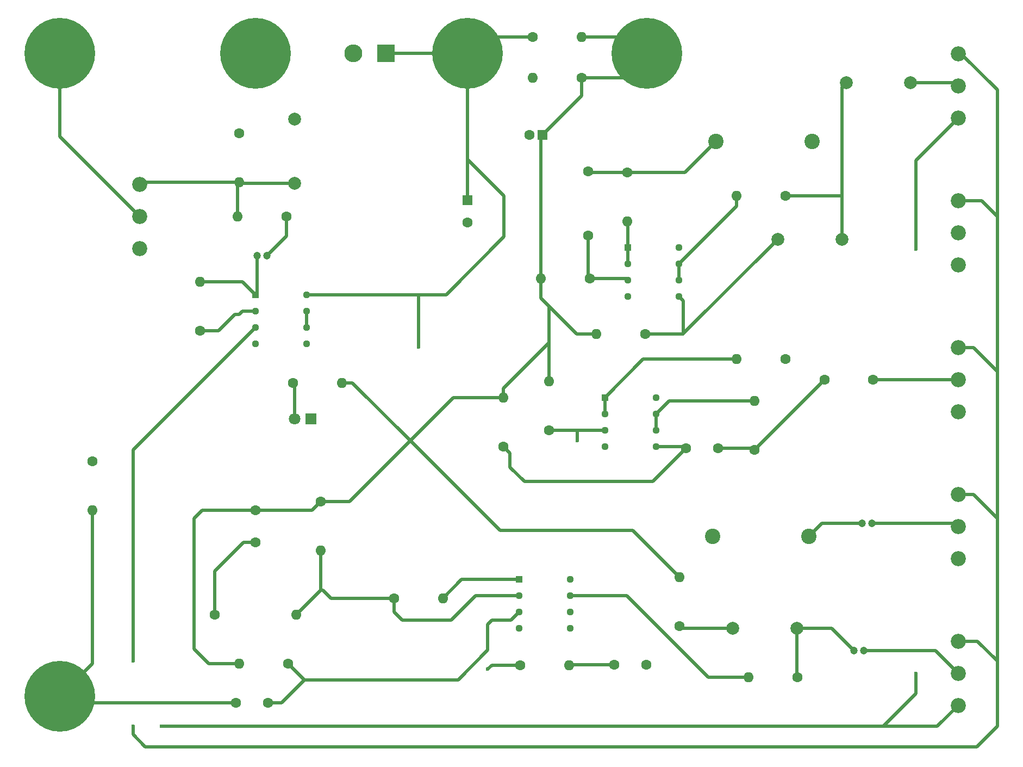
<source format=gbr>
%TF.GenerationSoftware,KiCad,Pcbnew,8.0.3*%
%TF.CreationDate,2024-06-14T23:05:29-04:00*%
%TF.ProjectId,eq,65712e6b-6963-4616-945f-706362585858,rev?*%
%TF.SameCoordinates,Original*%
%TF.FileFunction,Copper,L2,Bot*%
%TF.FilePolarity,Positive*%
%FSLAX46Y46*%
G04 Gerber Fmt 4.6, Leading zero omitted, Abs format (unit mm)*
G04 Created by KiCad (PCBNEW 8.0.3) date 2024-06-14 23:05:29*
%MOMM*%
%LPD*%
G01*
G04 APERTURE LIST*
%TA.AperFunction,ComponentPad*%
%ADD10C,1.600000*%
%TD*%
%TA.AperFunction,ComponentPad*%
%ADD11O,1.600000X1.600000*%
%TD*%
%TA.AperFunction,ComponentPad*%
%ADD12C,2.340000*%
%TD*%
%TA.AperFunction,ComponentPad*%
%ADD13C,11.000000*%
%TD*%
%TA.AperFunction,ComponentPad*%
%ADD14C,2.400000*%
%TD*%
%TA.AperFunction,ComponentPad*%
%ADD15R,1.600000X1.600000*%
%TD*%
%TA.AperFunction,ComponentPad*%
%ADD16R,1.130000X1.130000*%
%TD*%
%TA.AperFunction,ComponentPad*%
%ADD17C,1.130000*%
%TD*%
%TA.AperFunction,ComponentPad*%
%ADD18C,1.200000*%
%TD*%
%TA.AperFunction,ComponentPad*%
%ADD19C,2.000000*%
%TD*%
%TA.AperFunction,ComponentPad*%
%ADD20R,2.800000X2.800000*%
%TD*%
%TA.AperFunction,ComponentPad*%
%ADD21O,2.800000X2.800000*%
%TD*%
%TA.AperFunction,ComponentPad*%
%ADD22R,1.800000X1.800000*%
%TD*%
%TA.AperFunction,ComponentPad*%
%ADD23C,1.800000*%
%TD*%
%TA.AperFunction,ViaPad*%
%ADD24C,0.600000*%
%TD*%
%TA.AperFunction,Conductor*%
%ADD25C,0.500000*%
%TD*%
G04 APERTURE END LIST*
D10*
%TO.P,R15,1*%
%TO.N,Net-(C12-Pad2)*%
X151130000Y-52705000D03*
D11*
%TO.P,R15,2*%
%TO.N,Net-(U3B--)*%
X143510000Y-52705000D03*
%TD*%
D12*
%TO.P,RV4,1,1*%
%TO.N,/BOOST RAIL*%
X178060000Y-109140000D03*
%TO.P,RV4,2,2*%
%TO.N,Net-(C6-Pad1)*%
X178060000Y-104140000D03*
%TO.P,RV4,3,3*%
%TO.N,/CUT RAIL*%
X178060000Y-99140000D03*
%TD*%
%TO.P,RV5,1,1*%
%TO.N,/BOOST RAIL*%
X178060000Y-132000000D03*
%TO.P,RV5,2,2*%
%TO.N,Net-(C4-Pad1)*%
X178060000Y-127000000D03*
%TO.P,RV5,3,3*%
%TO.N,/CUT RAIL*%
X178060000Y-122000000D03*
%TD*%
D10*
%TO.P,R1,1*%
%TO.N,GND*%
X43180000Y-93980000D03*
D11*
%TO.P,R1,2*%
%TO.N,/INPUT*%
X43180000Y-101600000D03*
%TD*%
D10*
%TO.P,R12,1*%
%TO.N,Net-(U2B-+)*%
X107188000Y-91694000D03*
D11*
%TO.P,R12,2*%
%TO.N,+4.5V*%
X107188000Y-84074000D03*
%TD*%
D10*
%TO.P,R18,1*%
%TO.N,Net-(C14-Pad2)*%
X73406000Y-55880000D03*
D11*
%TO.P,R18,2*%
%TO.N,Net-(C15-Pad1)*%
X65786000Y-55880000D03*
%TD*%
D13*
%TO.P,H3,1,1*%
%TO.N,+4.5V*%
X129540000Y-30480000D03*
%TD*%
D10*
%TO.P,R8,1*%
%TO.N,Net-(U1B-+)*%
X134620000Y-119634000D03*
D11*
%TO.P,R8,2*%
%TO.N,+4.5V*%
X134620000Y-112014000D03*
%TD*%
D10*
%TO.P,R4,1*%
%TO.N,+4.5V*%
X78740000Y-100250000D03*
D11*
%TO.P,R4,2*%
%TO.N,Net-(U1A--)*%
X78740000Y-107870000D03*
%TD*%
D10*
%TO.P,R3,1*%
%TO.N,Net-(C2-Pad2)*%
X62230000Y-117856000D03*
D11*
%TO.P,R3,2*%
%TO.N,Net-(U1A--)*%
X74930000Y-117856000D03*
%TD*%
D14*
%TO.P,C10,1*%
%TO.N,Net-(C10-Pad1)*%
X155328000Y-44196000D03*
%TO.P,C10,2*%
%TO.N,Net-(C10-Pad2)*%
X140328000Y-44196000D03*
%TD*%
D15*
%TO.P,C16,1*%
%TO.N,+9V*%
X101600000Y-53340000D03*
D10*
%TO.P,C16,2*%
%TO.N,GND*%
X101600000Y-56840000D03*
%TD*%
%TO.P,R13,1*%
%TO.N,Net-(C10-Pad2)*%
X126492000Y-49022000D03*
D11*
%TO.P,R13,2*%
%TO.N,Net-(U3A--)*%
X126492000Y-56642000D03*
%TD*%
D12*
%TO.P,RV2,1,1*%
%TO.N,/BOOST RAIL*%
X178060000Y-63420000D03*
%TO.P,RV2,2,2*%
%TO.N,Net-(C10-Pad1)*%
X178060000Y-58420000D03*
%TO.P,RV2,3,3*%
%TO.N,/CUT RAIL*%
X178060000Y-53420000D03*
%TD*%
D10*
%TO.P,R5,1*%
%TO.N,Net-(U1A--)*%
X90170000Y-115316000D03*
D11*
%TO.P,R5,2*%
%TO.N,Net-(R5-Pad2)*%
X97790000Y-115316000D03*
%TD*%
D10*
%TO.P,R7,1*%
%TO.N,Net-(C4-Pad2)*%
X153035000Y-127635000D03*
D11*
%TO.P,R7,2*%
%TO.N,Net-(U1B--)*%
X145415000Y-127635000D03*
%TD*%
D16*
%TO.P,U1,1*%
%TO.N,Net-(R5-Pad2)*%
X109695000Y-112395000D03*
D17*
%TO.P,U1,2,-*%
%TO.N,Net-(U1A--)*%
X109695000Y-114935000D03*
%TO.P,U1,3,+*%
%TO.N,Net-(U1A-+)*%
X109695000Y-117475000D03*
%TO.P,U1,4,V-*%
%TO.N,GND*%
X109695000Y-120015000D03*
%TO.P,U1,5,+*%
%TO.N,Net-(U1B-+)*%
X117635000Y-120015000D03*
%TO.P,U1,6,-*%
%TO.N,Net-(U1B--)*%
X117635000Y-117475000D03*
%TO.P,U1,7*%
X117635000Y-114935000D03*
%TO.P,U1,8,V+*%
%TO.N,+9V*%
X117635000Y-112395000D03*
%TD*%
D10*
%TO.P,R6,1*%
%TO.N,Net-(R5-Pad2)*%
X109855000Y-125730000D03*
D11*
%TO.P,R6,2*%
%TO.N,/CUT RAIL*%
X117475000Y-125730000D03*
%TD*%
D10*
%TO.P,R17,1*%
%TO.N,/BOOST RAIL*%
X59944000Y-73660000D03*
D11*
%TO.P,R17,2*%
%TO.N,Net-(C14-Pad1)*%
X59944000Y-66040000D03*
%TD*%
D10*
%TO.P,C2,1*%
%TO.N,+4.5V*%
X68580000Y-101600000D03*
%TO.P,C2,2*%
%TO.N,Net-(C2-Pad2)*%
X68580000Y-106600000D03*
%TD*%
D16*
%TO.P,U4,1*%
%TO.N,Net-(C14-Pad1)*%
X68580000Y-68072000D03*
D17*
%TO.P,U4,2,-*%
%TO.N,/BOOST RAIL*%
X68580000Y-70612000D03*
%TO.P,U4,3,+*%
%TO.N,/CUT RAIL*%
X68580000Y-73152000D03*
%TO.P,U4,4,V-*%
%TO.N,GND*%
X68580000Y-75692000D03*
%TO.P,U4,5,+*%
%TO.N,unconnected-(U4B-+-Pad5)*%
X76520000Y-75692000D03*
%TO.P,U4,6,-*%
%TO.N,Net-(U4B--)*%
X76520000Y-73152000D03*
%TO.P,U4,7*%
X76520000Y-70612000D03*
%TO.P,U4,8,V+*%
%TO.N,+9V*%
X76520000Y-68072000D03*
%TD*%
D10*
%TO.P,C8,1*%
%TO.N,Net-(C8-Pad1)*%
X164786000Y-81280000D03*
%TO.P,C8,2*%
%TO.N,Net-(C8-Pad2)*%
X157286000Y-81280000D03*
%TD*%
%TO.P,R9,1*%
%TO.N,Net-(C6-Pad2)*%
X151130000Y-78105000D03*
D11*
%TO.P,R9,2*%
%TO.N,Net-(U2A--)*%
X143510000Y-78105000D03*
%TD*%
D10*
%TO.P,R16,1*%
%TO.N,Net-(U3B-+)*%
X129286000Y-74168000D03*
D11*
%TO.P,R16,2*%
%TO.N,+4.5V*%
X121666000Y-74168000D03*
%TD*%
D10*
%TO.P,R19,1*%
%TO.N,GND*%
X66040000Y-42926000D03*
D11*
%TO.P,R19,2*%
%TO.N,Net-(C15-Pad1)*%
X66040000Y-50546000D03*
%TD*%
D18*
%TO.P,C6,1*%
%TO.N,Net-(C6-Pad1)*%
X164592000Y-103632000D03*
%TO.P,C6,2*%
%TO.N,Net-(C6-Pad2)*%
X163092000Y-103632000D03*
%TD*%
D13*
%TO.P,H1,1,1*%
%TO.N,/OUTPUT*%
X38100000Y-30480000D03*
%TD*%
D10*
%TO.P,R22,1*%
%TO.N,Net-(D2-A)*%
X74422000Y-81788000D03*
D11*
%TO.P,R22,2*%
%TO.N,+4.5V*%
X82042000Y-81788000D03*
%TD*%
D13*
%TO.P,H2,1,1*%
%TO.N,/INPUT*%
X38100000Y-130556000D03*
%TD*%
D18*
%TO.P,C14,1*%
%TO.N,Net-(C14-Pad1)*%
X68846000Y-61976000D03*
%TO.P,C14,2*%
%TO.N,Net-(C14-Pad2)*%
X70346000Y-61976000D03*
%TD*%
D10*
%TO.P,C11,1*%
%TO.N,Net-(C10-Pad2)*%
X120396000Y-48848000D03*
%TO.P,C11,2*%
%TO.N,Net-(U3A-+)*%
X120396000Y-58848000D03*
%TD*%
D19*
%TO.P,C15,1*%
%TO.N,Net-(C15-Pad1)*%
X74676000Y-50720000D03*
%TO.P,C15,2*%
%TO.N,GND*%
X74676000Y-40720000D03*
%TD*%
D14*
%TO.P,C7,1*%
%TO.N,Net-(C6-Pad2)*%
X154820000Y-105664000D03*
%TO.P,C7,2*%
%TO.N,Net-(U2A-+)*%
X139820000Y-105664000D03*
%TD*%
D16*
%TO.P,U3,1*%
%TO.N,Net-(U3A--)*%
X126586000Y-60706000D03*
D17*
%TO.P,U3,2,-*%
X126586000Y-63246000D03*
%TO.P,U3,3,+*%
%TO.N,Net-(U3A-+)*%
X126586000Y-65786000D03*
%TO.P,U3,4,V-*%
%TO.N,GND*%
X126586000Y-68326000D03*
%TO.P,U3,5,+*%
%TO.N,Net-(U3B-+)*%
X134526000Y-68326000D03*
%TO.P,U3,6,-*%
%TO.N,Net-(U3B--)*%
X134526000Y-65786000D03*
%TO.P,U3,7*%
X134526000Y-63246000D03*
%TO.P,U3,8,V+*%
%TO.N,+9V*%
X134526000Y-60706000D03*
%TD*%
D12*
%TO.P,RV1,1,1*%
%TO.N,/BOOST RAIL*%
X178060000Y-40560000D03*
%TO.P,RV1,2,2*%
%TO.N,Net-(C12-Pad1)*%
X178060000Y-35560000D03*
%TO.P,RV1,3,3*%
%TO.N,/CUT RAIL*%
X178060000Y-30560000D03*
%TD*%
D10*
%TO.P,R2,1*%
%TO.N,Net-(U1A-+)*%
X73660000Y-125476000D03*
D11*
%TO.P,R2,2*%
%TO.N,+4.5V*%
X66040000Y-125476000D03*
%TD*%
D10*
%TO.P,R14,1*%
%TO.N,Net-(U3A-+)*%
X120650000Y-65532000D03*
D11*
%TO.P,R14,2*%
%TO.N,+4.5V*%
X113030000Y-65532000D03*
%TD*%
D13*
%TO.P,H4,1,1*%
%TO.N,+9V*%
X101600000Y-30480000D03*
%TD*%
D10*
%TO.P,R10,1*%
%TO.N,Net-(U2A-+)*%
X114300000Y-89154000D03*
D11*
%TO.P,R10,2*%
%TO.N,+4.5V*%
X114300000Y-81534000D03*
%TD*%
D10*
%TO.P,R21,1*%
%TO.N,+4.5V*%
X119380000Y-34290000D03*
D11*
%TO.P,R21,2*%
%TO.N,GND*%
X111760000Y-34290000D03*
%TD*%
D10*
%TO.P,C1,1*%
%TO.N,/INPUT*%
X65572000Y-131572000D03*
%TO.P,C1,2*%
%TO.N,Net-(U1A-+)*%
X70572000Y-131572000D03*
%TD*%
D12*
%TO.P,RV6,1,1*%
%TO.N,Net-(C15-Pad1)*%
X50540000Y-50880000D03*
%TO.P,RV6,2,2*%
%TO.N,/OUTPUT*%
X50540000Y-55880000D03*
%TO.P,RV6,3,3*%
%TO.N,GND*%
X50540000Y-60880000D03*
%TD*%
D16*
%TO.P,U2,1*%
%TO.N,Net-(U2A--)*%
X123030000Y-84074000D03*
D17*
%TO.P,U2,2,-*%
X123030000Y-86614000D03*
%TO.P,U2,3,+*%
%TO.N,Net-(U2A-+)*%
X123030000Y-89154000D03*
%TO.P,U2,4,V-*%
%TO.N,GND*%
X123030000Y-91694000D03*
%TO.P,U2,5,+*%
%TO.N,Net-(U2B-+)*%
X130970000Y-91694000D03*
%TO.P,U2,6,-*%
%TO.N,Net-(U2B--)*%
X130970000Y-89154000D03*
%TO.P,U2,7*%
X130970000Y-86614000D03*
%TO.P,U2,8,V+*%
%TO.N,+9V*%
X130970000Y-84074000D03*
%TD*%
D19*
%TO.P,C12,1*%
%TO.N,Net-(C12-Pad1)*%
X170608000Y-35052000D03*
%TO.P,C12,2*%
%TO.N,Net-(C12-Pad2)*%
X160608000Y-35052000D03*
%TD*%
D13*
%TO.P,H5,1,1*%
%TO.N,GND*%
X68580000Y-30480000D03*
%TD*%
D20*
%TO.P,D1,1,K*%
%TO.N,+9V*%
X88900000Y-30480000D03*
D21*
%TO.P,D1,2,A*%
%TO.N,GND*%
X83820000Y-30480000D03*
%TD*%
D12*
%TO.P,RV3,1,1*%
%TO.N,/BOOST RAIL*%
X178060000Y-86280000D03*
%TO.P,RV3,2,2*%
%TO.N,Net-(C8-Pad1)*%
X178060000Y-81280000D03*
%TO.P,RV3,3,3*%
%TO.N,/CUT RAIL*%
X178060000Y-76280000D03*
%TD*%
D10*
%TO.P,C3,1*%
%TO.N,/CUT RAIL*%
X124460000Y-125690000D03*
%TO.P,C3,2*%
%TO.N,GND*%
X129460000Y-125690000D03*
%TD*%
%TO.P,C9,1*%
%TO.N,Net-(C8-Pad2)*%
X140676000Y-91948000D03*
%TO.P,C9,2*%
%TO.N,Net-(U2B-+)*%
X135676000Y-91948000D03*
%TD*%
D22*
%TO.P,D2,1,K*%
%TO.N,GND*%
X77216000Y-87376000D03*
D23*
%TO.P,D2,2,A*%
%TO.N,Net-(D2-A)*%
X74676000Y-87376000D03*
%TD*%
D19*
%TO.P,C5,1*%
%TO.N,Net-(C4-Pad2)*%
X152955000Y-120015000D03*
%TO.P,C5,2*%
%TO.N,Net-(U1B-+)*%
X142955000Y-120015000D03*
%TD*%
D10*
%TO.P,R20,1*%
%TO.N,+9V*%
X111760000Y-27940000D03*
D11*
%TO.P,R20,2*%
%TO.N,+4.5V*%
X119380000Y-27940000D03*
%TD*%
D10*
%TO.P,R11,1*%
%TO.N,Net-(C8-Pad2)*%
X146304000Y-92202000D03*
D11*
%TO.P,R11,2*%
%TO.N,Net-(U2B--)*%
X146304000Y-84582000D03*
%TD*%
D19*
%TO.P,C13,1*%
%TO.N,Net-(C12-Pad2)*%
X159940000Y-59436000D03*
%TO.P,C13,2*%
%TO.N,Net-(U3B-+)*%
X149940000Y-59436000D03*
%TD*%
D15*
%TO.P,C17,1*%
%TO.N,+4.5V*%
X113284000Y-43180000D03*
D10*
%TO.P,C17,2*%
%TO.N,GND*%
X111284000Y-43180000D03*
%TD*%
D18*
%TO.P,C4,1*%
%TO.N,Net-(C4-Pad1)*%
X163310000Y-123444000D03*
%TO.P,C4,2*%
%TO.N,Net-(C4-Pad2)*%
X161810000Y-123444000D03*
%TD*%
D24*
%TO.N,/CUT RAIL*%
X49530000Y-125095000D03*
X49530000Y-135255000D03*
X124460000Y-138430000D03*
%TO.N,Net-(U2A-+)*%
X118745000Y-90805000D03*
%TO.N,+9V*%
X93980000Y-76200000D03*
%TO.N,Net-(R5-Pad2)*%
X104775000Y-126365000D03*
%TO.N,/BOOST RAIL*%
X171450000Y-127000000D03*
X171450000Y-60960000D03*
X53975000Y-135255000D03*
%TD*%
D25*
%TO.N,/INPUT*%
X43180000Y-101600000D02*
X43180000Y-125476000D01*
X39116000Y-131572000D02*
X38100000Y-130556000D01*
X43180000Y-125476000D02*
X38100000Y-130556000D01*
X65572000Y-131572000D02*
X39116000Y-131572000D01*
%TO.N,Net-(U1A-+)*%
X104775000Y-119380000D02*
X105410000Y-118745000D01*
X108425000Y-118745000D02*
X109695000Y-117475000D01*
X105410000Y-118745000D02*
X108425000Y-118745000D01*
X100170000Y-128016000D02*
X76200000Y-128016000D01*
X104775000Y-123411000D02*
X104775000Y-119380000D01*
X76200000Y-128016000D02*
X73660000Y-125476000D01*
X100170000Y-128016000D02*
X104775000Y-123411000D01*
X70572000Y-131572000D02*
X72644000Y-131572000D01*
X72644000Y-131572000D02*
X76200000Y-128016000D01*
%TO.N,Net-(C2-Pad2)*%
X68580000Y-106600000D02*
X66755000Y-106600000D01*
X62230000Y-111125000D02*
X62230000Y-117856000D01*
X66755000Y-106600000D02*
X62230000Y-111125000D01*
%TO.N,+4.5V*%
X125730000Y-34290000D02*
X119380000Y-34290000D01*
X113030000Y-68580000D02*
X114300000Y-69850000D01*
X59055000Y-123190000D02*
X59055000Y-102870000D01*
X107188000Y-82677000D02*
X107188000Y-84074000D01*
X61341000Y-125476000D02*
X59055000Y-123190000D01*
X113030000Y-68580000D02*
X118618000Y-74168000D01*
X66040000Y-125476000D02*
X61341000Y-125476000D01*
X129540000Y-30480000D02*
X125730000Y-34290000D01*
X99441000Y-84074000D02*
X107188000Y-84074000D01*
X114300000Y-75565000D02*
X107188000Y-82677000D01*
X60325000Y-101600000D02*
X68580000Y-101600000D01*
X119380000Y-27940000D02*
X127000000Y-27940000D01*
X82042000Y-81788000D02*
X83693000Y-81788000D01*
X119380000Y-34290000D02*
X119380000Y-37084000D01*
X83693000Y-81788000D02*
X92710000Y-90805000D01*
X127381000Y-104775000D02*
X106680000Y-104775000D01*
X92710000Y-90805000D02*
X99441000Y-84074000D01*
X77390000Y-101600000D02*
X78740000Y-100250000D01*
X127000000Y-27940000D02*
X129540000Y-30480000D01*
X114300000Y-75565000D02*
X114300000Y-81534000D01*
X118618000Y-74168000D02*
X121666000Y-74168000D01*
X113030000Y-43688000D02*
X113030000Y-65532000D01*
X59055000Y-102870000D02*
X60325000Y-101600000D01*
X68580000Y-101600000D02*
X77390000Y-101600000D01*
X134620000Y-112014000D02*
X127381000Y-104775000D01*
X83265000Y-100250000D02*
X92710000Y-90805000D01*
X114300000Y-69850000D02*
X114300000Y-75565000D01*
X113284000Y-43180000D02*
X113284000Y-43434000D01*
X113030000Y-65532000D02*
X113030000Y-68580000D01*
X78740000Y-100250000D02*
X83265000Y-100250000D01*
X119380000Y-37084000D02*
X113284000Y-43180000D01*
X106680000Y-104775000D02*
X92710000Y-90805000D01*
X113284000Y-43434000D02*
X113030000Y-43688000D01*
%TO.N,/CUT RAIL*%
X124460000Y-125690000D02*
X117515000Y-125690000D01*
X178060000Y-122000000D02*
X181055000Y-122000000D01*
X180420000Y-99140000D02*
X184150000Y-102870000D01*
X184150000Y-36195000D02*
X178515000Y-30560000D01*
X180975000Y-138430000D02*
X184150000Y-135255000D01*
X49530000Y-92202000D02*
X68580000Y-73152000D01*
X49530000Y-125095000D02*
X49530000Y-92202000D01*
X178060000Y-76280000D02*
X180420000Y-76280000D01*
X178060000Y-99140000D02*
X180420000Y-99140000D01*
X184150000Y-102870000D02*
X184150000Y-80010000D01*
X124460000Y-138430000D02*
X51435000Y-138430000D01*
X178060000Y-53420000D02*
X181690000Y-53420000D01*
X184150000Y-125095000D02*
X184150000Y-135255000D01*
X184150000Y-125095000D02*
X184150000Y-102870000D01*
X181690000Y-53420000D02*
X184150000Y-55880000D01*
X117515000Y-125690000D02*
X117475000Y-125730000D01*
X184150000Y-55880000D02*
X184150000Y-36195000D01*
X124460000Y-138430000D02*
X180975000Y-138430000D01*
X181055000Y-122000000D02*
X184150000Y-125095000D01*
X178515000Y-30560000D02*
X178060000Y-30560000D01*
X49530000Y-136525000D02*
X49530000Y-135255000D01*
X49530000Y-136525000D02*
X51435000Y-138430000D01*
X184150000Y-80010000D02*
X184150000Y-55880000D01*
X180420000Y-76280000D02*
X184150000Y-80010000D01*
%TO.N,Net-(C4-Pad2)*%
X152955000Y-127555000D02*
X153035000Y-127635000D01*
X152955000Y-120015000D02*
X158381000Y-120015000D01*
X152955000Y-120015000D02*
X152955000Y-127555000D01*
X158381000Y-120015000D02*
X161810000Y-123444000D01*
%TO.N,Net-(C4-Pad1)*%
X163310000Y-123444000D02*
X174504000Y-123444000D01*
X174504000Y-123444000D02*
X178060000Y-127000000D01*
%TO.N,Net-(U1B-+)*%
X135001000Y-120015000D02*
X134620000Y-119634000D01*
X142955000Y-120015000D02*
X135001000Y-120015000D01*
%TO.N,Net-(C6-Pad2)*%
X156852000Y-103632000D02*
X154820000Y-105664000D01*
X163092000Y-103632000D02*
X156852000Y-103632000D01*
%TO.N,Net-(C6-Pad1)*%
X164592000Y-103632000D02*
X177552000Y-103632000D01*
X177552000Y-103632000D02*
X178060000Y-104140000D01*
%TO.N,Net-(U2A-+)*%
X114300000Y-89154000D02*
X118745000Y-89154000D01*
X118745000Y-89154000D02*
X123030000Y-89154000D01*
X118745000Y-89154000D02*
X118745000Y-90805000D01*
%TO.N,Net-(C8-Pad1)*%
X164786000Y-81280000D02*
X178060000Y-81280000D01*
%TO.N,Net-(C8-Pad2)*%
X146364000Y-92202000D02*
X146304000Y-92202000D01*
X157286000Y-81280000D02*
X146364000Y-92202000D01*
X146050000Y-91948000D02*
X146304000Y-92202000D01*
X140676000Y-91948000D02*
X146050000Y-91948000D01*
%TO.N,Net-(U2B-+)*%
X130970000Y-91694000D02*
X135422000Y-91694000D01*
X107188000Y-91694000D02*
X108241999Y-92747999D01*
X135422000Y-91694000D02*
X135676000Y-91948000D01*
X130469000Y-97155000D02*
X135676000Y-91948000D01*
X110490000Y-97155000D02*
X130469000Y-97155000D01*
X108241999Y-92747999D02*
X108241999Y-94906999D01*
X108241999Y-94906999D02*
X110490000Y-97155000D01*
%TO.N,Net-(C10-Pad2)*%
X126492000Y-49022000D02*
X120570000Y-49022000D01*
X120570000Y-49022000D02*
X120396000Y-48848000D01*
X126492000Y-49022000D02*
X135502000Y-49022000D01*
X135502000Y-49022000D02*
X140328000Y-44196000D01*
%TO.N,Net-(U3A-+)*%
X120650000Y-65532000D02*
X126332000Y-65532000D01*
X120396000Y-58848000D02*
X120396000Y-65278000D01*
X120396000Y-65278000D02*
X120650000Y-65532000D01*
X126332000Y-65532000D02*
X126586000Y-65786000D01*
%TO.N,Net-(C12-Pad1)*%
X177552000Y-35052000D02*
X178060000Y-35560000D01*
X170608000Y-35052000D02*
X177552000Y-35052000D01*
%TO.N,Net-(C12-Pad2)*%
X159940000Y-52705000D02*
X159940000Y-35720000D01*
X159940000Y-35720000D02*
X160608000Y-35052000D01*
X151130000Y-52705000D02*
X159940000Y-52705000D01*
X159940000Y-59436000D02*
X159940000Y-52705000D01*
%TO.N,Net-(U3B-+)*%
X135255000Y-74121000D02*
X149940000Y-59436000D01*
X135208000Y-74168000D02*
X135255000Y-74121000D01*
X134526000Y-68326000D02*
X135255000Y-69055000D01*
X129286000Y-74168000D02*
X135208000Y-74168000D01*
X135255000Y-69055000D02*
X135255000Y-74121000D01*
%TO.N,Net-(C14-Pad1)*%
X59944000Y-66040000D02*
X66548000Y-66040000D01*
X66548000Y-66040000D02*
X68580000Y-68072000D01*
X68846000Y-61976000D02*
X68846000Y-67806000D01*
X68846000Y-67806000D02*
X68580000Y-68072000D01*
%TO.N,Net-(C14-Pad2)*%
X73406000Y-55880000D02*
X73406000Y-58916000D01*
X73406000Y-58916000D02*
X70346000Y-61976000D01*
%TO.N,Net-(C15-Pad1)*%
X74676000Y-50720000D02*
X66214000Y-50720000D01*
X65786000Y-55880000D02*
X65786000Y-50800000D01*
X66040000Y-50546000D02*
X50874000Y-50546000D01*
X65786000Y-50800000D02*
X66040000Y-50546000D01*
X50874000Y-50546000D02*
X50540000Y-50880000D01*
X66214000Y-50720000D02*
X66040000Y-50546000D01*
%TO.N,+9V*%
X101600000Y-30480000D02*
X101600000Y-46990000D01*
X104140000Y-27940000D02*
X101600000Y-30480000D01*
X101600000Y-46990000D02*
X101600000Y-53340000D01*
X98298000Y-68072000D02*
X107315000Y-59055000D01*
X107315000Y-52705000D02*
X101600000Y-46990000D01*
X107315000Y-59055000D02*
X107315000Y-52705000D01*
X93980000Y-68072000D02*
X98298000Y-68072000D01*
X111760000Y-27940000D02*
X104140000Y-27940000D01*
X93980000Y-76200000D02*
X93980000Y-68072000D01*
X88900000Y-30480000D02*
X101600000Y-30480000D01*
X76520000Y-68072000D02*
X93980000Y-68072000D01*
%TO.N,/OUTPUT*%
X50540000Y-55880000D02*
X38100000Y-43440000D01*
X38100000Y-43440000D02*
X38100000Y-30480000D01*
%TO.N,Net-(U1A--)*%
X78740000Y-114046000D02*
X79121000Y-114046000D01*
X78740000Y-114046000D02*
X74930000Y-117856000D01*
X79121000Y-114046000D02*
X80391000Y-115316000D01*
X80391000Y-115316000D02*
X90170000Y-115316000D01*
X90170000Y-117475000D02*
X90170000Y-115316000D01*
X99060000Y-118745000D02*
X91440000Y-118745000D01*
X78740000Y-107870000D02*
X78740000Y-114046000D01*
X109695000Y-114935000D02*
X102870000Y-114935000D01*
X102870000Y-114935000D02*
X99060000Y-118745000D01*
X91440000Y-118745000D02*
X90170000Y-117475000D01*
%TO.N,Net-(R5-Pad2)*%
X105410000Y-125730000D02*
X104775000Y-126365000D01*
X100711000Y-112395000D02*
X97790000Y-115316000D01*
X109695000Y-112395000D02*
X100711000Y-112395000D01*
X109855000Y-125730000D02*
X105410000Y-125730000D01*
%TO.N,Net-(U1B--)*%
X145415000Y-127635000D02*
X139138503Y-127635000D01*
X126438503Y-114935000D02*
X117635000Y-114935000D01*
X139138503Y-127635000D02*
X126438503Y-114935000D01*
%TO.N,Net-(U2A--)*%
X128999000Y-78105000D02*
X123030000Y-84074000D01*
X123030000Y-84074000D02*
X123030000Y-86614000D01*
X143510000Y-78105000D02*
X128999000Y-78105000D01*
%TO.N,Net-(U2B--)*%
X146304000Y-84582000D02*
X133002000Y-84582000D01*
X133002000Y-84582000D02*
X130970000Y-86614000D01*
X130970000Y-86614000D02*
X130970000Y-89154000D01*
%TO.N,Net-(U3A--)*%
X126586000Y-56736000D02*
X126492000Y-56642000D01*
X126586000Y-60706000D02*
X126586000Y-56736000D01*
X126586000Y-60706000D02*
X126586000Y-63246000D01*
%TO.N,Net-(U3B--)*%
X134526000Y-65786000D02*
X134526000Y-65946000D01*
X134526000Y-65946000D02*
X134526000Y-63246000D01*
X143510000Y-52705000D02*
X143510000Y-54262000D01*
X143510000Y-54262000D02*
X134526000Y-63246000D01*
%TO.N,/BOOST RAIL*%
X171450000Y-130175000D02*
X171450000Y-127000000D01*
X171450000Y-60960000D02*
X171450000Y-47170000D01*
X65405000Y-71120000D02*
X66040000Y-71120000D01*
X59944000Y-73660000D02*
X62865000Y-73660000D01*
X174805000Y-135255000D02*
X166370000Y-135255000D01*
X166370000Y-135255000D02*
X171450000Y-130175000D01*
X62865000Y-73660000D02*
X65405000Y-71120000D01*
X171450000Y-47170000D02*
X178060000Y-40560000D01*
X53975000Y-135255000D02*
X166370000Y-135255000D01*
X66040000Y-71120000D02*
X66548000Y-70612000D01*
X178060000Y-132000000D02*
X174805000Y-135255000D01*
X66548000Y-70612000D02*
X68580000Y-70612000D01*
%TO.N,Net-(U4B--)*%
X76520000Y-73152000D02*
X76520000Y-70612000D01*
%TO.N,Net-(D2-A)*%
X74676000Y-82042000D02*
X74422000Y-81788000D01*
X74676000Y-87376000D02*
X74676000Y-82042000D01*
%TD*%
M02*

</source>
